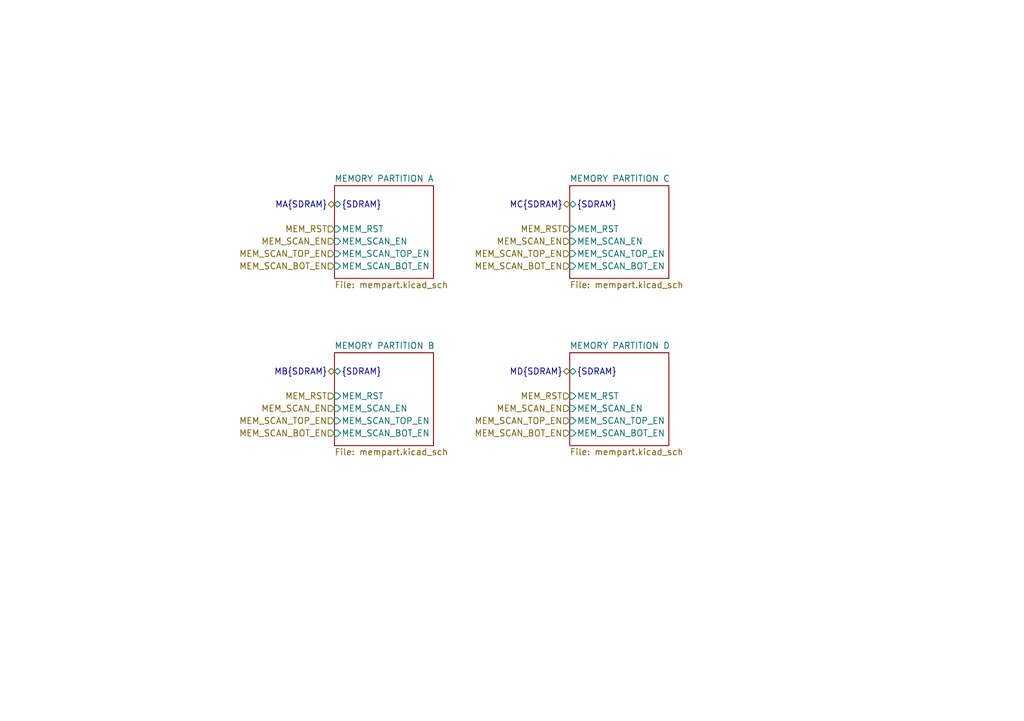
<source format=kicad_sch>
(kicad_sch
	(version 20250114)
	(generator "eeschema")
	(generator_version "9.0")
	(uuid "8ee1c235-a326-4d79-9f13-c72920356a07")
	(paper "A5")
	(lib_symbols)
	(hierarchical_label "MEM_SCAN_BOT_EN"
		(shape input)
		(at 68.58 54.61 180)
		(effects
			(font
				(size 1.27 1.27)
			)
			(justify right)
		)
		(uuid "01bb3136-3c50-47d0-94fc-8696ea7b5525")
	)
	(hierarchical_label "MEM_SCAN_BOT_EN"
		(shape input)
		(at 68.58 88.9 180)
		(effects
			(font
				(size 1.27 1.27)
			)
			(justify right)
		)
		(uuid "1c792224-db82-415a-8667-90b45fa5bc74")
	)
	(hierarchical_label "MD{SDRAM}"
		(shape bidirectional)
		(at 116.84 76.2 180)
		(effects
			(font
				(size 1.27 1.27)
			)
			(justify right)
		)
		(uuid "2bcf35bb-4b2d-4a30-8bab-921e252f6652")
	)
	(hierarchical_label "MEM_RST"
		(shape input)
		(at 116.84 81.28 180)
		(effects
			(font
				(size 1.27 1.27)
			)
			(justify right)
		)
		(uuid "336245e0-f5b9-4eb9-aa02-297bf2581885")
	)
	(hierarchical_label "MEM_SCAN_TOP_EN"
		(shape input)
		(at 68.58 86.36 180)
		(effects
			(font
				(size 1.27 1.27)
			)
			(justify right)
		)
		(uuid "408380b6-9a15-4fca-a3e7-e170685e9095")
	)
	(hierarchical_label "MC{SDRAM}"
		(shape bidirectional)
		(at 116.84 41.91 180)
		(effects
			(font
				(size 1.27 1.27)
			)
			(justify right)
		)
		(uuid "475c9f82-019a-48c8-89fb-8f182dd2eeb5")
	)
	(hierarchical_label "MEM_SCAN_BOT_EN"
		(shape input)
		(at 116.84 88.9 180)
		(effects
			(font
				(size 1.27 1.27)
			)
			(justify right)
		)
		(uuid "504909c7-ce45-4f4e-a539-829662b78352")
	)
	(hierarchical_label "MEM_RST"
		(shape input)
		(at 68.58 46.99 180)
		(effects
			(font
				(size 1.27 1.27)
			)
			(justify right)
		)
		(uuid "54420430-ace4-4a48-bbf7-8754450a7750")
	)
	(hierarchical_label "MEM_SCAN_TOP_EN"
		(shape input)
		(at 116.84 52.07 180)
		(effects
			(font
				(size 1.27 1.27)
			)
			(justify right)
		)
		(uuid "5b5133fe-4b6c-4b6b-86c6-336732583d53")
	)
	(hierarchical_label "MEM_SCAN_TOP_EN"
		(shape input)
		(at 116.84 86.36 180)
		(effects
			(font
				(size 1.27 1.27)
			)
			(justify right)
		)
		(uuid "715c95a6-6b93-4e34-8625-0229d8e34a5d")
	)
	(hierarchical_label "MB{SDRAM}"
		(shape bidirectional)
		(at 68.58 76.2 180)
		(effects
			(font
				(size 1.27 1.27)
			)
			(justify right)
		)
		(uuid "74ce61fa-ad1b-4a13-b61e-b9ecc0acd277")
	)
	(hierarchical_label "MEM_SCAN_TOP_EN"
		(shape input)
		(at 68.58 52.07 180)
		(effects
			(font
				(size 1.27 1.27)
			)
			(justify right)
		)
		(uuid "7730d1ba-3d8f-4b3b-859e-79de13970477")
	)
	(hierarchical_label "MEM_SCAN_EN"
		(shape input)
		(at 68.58 83.82 180)
		(effects
			(font
				(size 1.27 1.27)
			)
			(justify right)
		)
		(uuid "7dc5935e-f452-4631-870b-ec91d07a5bce")
	)
	(hierarchical_label "MEM_SCAN_BOT_EN"
		(shape input)
		(at 116.84 54.61 180)
		(effects
			(font
				(size 1.27 1.27)
			)
			(justify right)
		)
		(uuid "7f778171-1710-4786-bfcb-2512a720f759")
	)
	(hierarchical_label "MEM_SCAN_EN"
		(shape input)
		(at 68.58 49.53 180)
		(effects
			(font
				(size 1.27 1.27)
			)
			(justify right)
		)
		(uuid "83a46b35-a0fb-4022-b6f3-84a21bceeb83")
	)
	(hierarchical_label "MEM_RST"
		(shape input)
		(at 116.84 46.99 180)
		(effects
			(font
				(size 1.27 1.27)
			)
			(justify right)
		)
		(uuid "9b2ac853-a155-418b-bf45-a66970c7265c")
	)
	(hierarchical_label "MEM_SCAN_EN"
		(shape input)
		(at 116.84 49.53 180)
		(effects
			(font
				(size 1.27 1.27)
			)
			(justify right)
		)
		(uuid "aa97d66a-e791-4222-9703-f75bc0b03bf6")
	)
	(hierarchical_label "MEM_RST"
		(shape input)
		(at 68.58 81.28 180)
		(effects
			(font
				(size 1.27 1.27)
			)
			(justify right)
		)
		(uuid "e6183086-1fde-4762-a404-cba2bdf9957a")
	)
	(hierarchical_label "MEM_SCAN_EN"
		(shape input)
		(at 116.84 83.82 180)
		(effects
			(font
				(size 1.27 1.27)
			)
			(justify right)
		)
		(uuid "e7fc1543-3900-4c89-8d97-a470f1471fe6")
	)
	(hierarchical_label "MA{SDRAM}"
		(shape bidirectional)
		(at 68.58 41.91 180)
		(effects
			(font
				(size 1.27 1.27)
			)
			(justify right)
		)
		(uuid "f8892404-e7e6-49f2-b9e9-e7475cee5124")
	)
	(sheet
		(at 68.58 38.1)
		(size 20.32 19.05)
		(exclude_from_sim no)
		(in_bom yes)
		(on_board yes)
		(dnp no)
		(fields_autoplaced yes)
		(stroke
			(width 0.1524)
			(type solid)
		)
		(fill
			(color 0 0 0 0.0000)
		)
		(uuid "07e21cc7-5b84-4539-a1a8-41dc855ac572")
		(property "Sheetname" "MEMORY PARTITION A"
			(at 68.58 37.3884 0)
			(effects
				(font
					(size 1.27 1.27)
				)
				(justify left bottom)
			)
		)
		(property "Sheetfile" "mempart.kicad_sch"
			(at 68.58 57.7346 0)
			(effects
				(font
					(size 1.27 1.27)
				)
				(justify left top)
			)
		)
		(pin "MEM_RST" input
			(at 68.58 46.99 180)
			(uuid "7553b44e-709b-46e9-a843-364f6675f774")
			(effects
				(font
					(size 1.27 1.27)
				)
				(justify left)
			)
		)
		(pin "MEM_SCAN_BOT_EN" input
			(at 68.58 54.61 180)
			(uuid "9f1b6de8-38d8-46a3-acfa-f77d2e010e29")
			(effects
				(font
					(size 1.27 1.27)
				)
				(justify left)
			)
		)
		(pin "MEM_SCAN_EN" input
			(at 68.58 49.53 180)
			(uuid "a288ea78-7d43-4a6b-867a-3deffb9bd30b")
			(effects
				(font
					(size 1.27 1.27)
				)
				(justify left)
			)
		)
		(pin "MEM_SCAN_TOP_EN" input
			(at 68.58 52.07 180)
			(uuid "fdad908c-6be0-47aa-b242-19ecba81b5ba")
			(effects
				(font
					(size 1.27 1.27)
				)
				(justify left)
			)
		)
		(pin "{SDRAM}" bidirectional
			(at 68.58 41.91 180)
			(uuid "372f6c6d-4da0-4571-b5ba-420ad0a6fbc9")
			(effects
				(font
					(size 1.27 1.27)
				)
				(justify left)
			)
		)
		(instances
			(project "Mantaray"
				(path "/16640ecb-e4a4-4594-871b-70047bfba6e0/3ac4cd05-2682-4faa-958d-341ea57a54eb"
					(page "26")
				)
			)
		)
	)
	(sheet
		(at 116.84 72.39)
		(size 20.32 19.05)
		(exclude_from_sim no)
		(in_bom yes)
		(on_board yes)
		(dnp no)
		(fields_autoplaced yes)
		(stroke
			(width 0.1524)
			(type solid)
		)
		(fill
			(color 0 0 0 0.0000)
		)
		(uuid "605d31e7-44df-42ff-9e2e-ced6c62f08fe")
		(property "Sheetname" "MEMORY PARTITION D"
			(at 116.84 71.6784 0)
			(effects
				(font
					(size 1.27 1.27)
				)
				(justify left bottom)
			)
		)
		(property "Sheetfile" "mempart.kicad_sch"
			(at 116.84 92.0246 0)
			(effects
				(font
					(size 1.27 1.27)
				)
				(justify left top)
			)
		)
		(pin "MEM_RST" input
			(at 116.84 81.28 180)
			(uuid "0943480f-913e-4f25-a99c-d6c93706ab5c")
			(effects
				(font
					(size 1.27 1.27)
				)
				(justify left)
			)
		)
		(pin "MEM_SCAN_BOT_EN" input
			(at 116.84 88.9 180)
			(uuid "fb6dbd26-1aab-416c-900c-ddc0deb2d739")
			(effects
				(font
					(size 1.27 1.27)
				)
				(justify left)
			)
		)
		(pin "MEM_SCAN_EN" input
			(at 116.84 83.82 180)
			(uuid "0760eb44-4a03-4697-afb9-459df3e51b5b")
			(effects
				(font
					(size 1.27 1.27)
				)
				(justify left)
			)
		)
		(pin "MEM_SCAN_TOP_EN" input
			(at 116.84 86.36 180)
			(uuid "688ac871-38e7-44d9-920c-a6f5c4376753")
			(effects
				(font
					(size 1.27 1.27)
				)
				(justify left)
			)
		)
		(pin "{SDRAM}" bidirectional
			(at 116.84 76.2 180)
			(uuid "525fb5d0-ca16-416d-a754-8e7e2de91a6e")
			(effects
				(font
					(size 1.27 1.27)
				)
				(justify left)
			)
		)
		(instances
			(project "Mantaray"
				(path "/16640ecb-e4a4-4594-871b-70047bfba6e0/3ac4cd05-2682-4faa-958d-341ea57a54eb"
					(page "28")
				)
			)
		)
	)
	(sheet
		(at 68.58 72.39)
		(size 20.32 19.05)
		(exclude_from_sim no)
		(in_bom yes)
		(on_board yes)
		(dnp no)
		(fields_autoplaced yes)
		(stroke
			(width 0.1524)
			(type solid)
		)
		(fill
			(color 0 0 0 0.0000)
		)
		(uuid "ba23fbbb-7461-48a4-9977-0071a231109a")
		(property "Sheetname" "MEMORY PARTITION B"
			(at 68.58 71.6784 0)
			(effects
				(font
					(size 1.27 1.27)
				)
				(justify left bottom)
			)
		)
		(property "Sheetfile" "mempart.kicad_sch"
			(at 68.58 92.0246 0)
			(effects
				(font
					(size 1.27 1.27)
				)
				(justify left top)
			)
		)
		(pin "MEM_RST" input
			(at 68.58 81.28 180)
			(uuid "a5bffc06-7df4-4197-9b33-556df0107902")
			(effects
				(font
					(size 1.27 1.27)
				)
				(justify left)
			)
		)
		(pin "MEM_SCAN_BOT_EN" input
			(at 68.58 88.9 180)
			(uuid "9bd9a70c-d2bc-4fd7-b927-5712f1919697")
			(effects
				(font
					(size 1.27 1.27)
				)
				(justify left)
			)
		)
		(pin "MEM_SCAN_EN" input
			(at 68.58 83.82 180)
			(uuid "e918d732-c45b-4311-a937-2e6c5d699d5e")
			(effects
				(font
					(size 1.27 1.27)
				)
				(justify left)
			)
		)
		(pin "MEM_SCAN_TOP_EN" input
			(at 68.58 86.36 180)
			(uuid "957c9fef-0316-4071-a508-a4efda415567")
			(effects
				(font
					(size 1.27 1.27)
				)
				(justify left)
			)
		)
		(pin "{SDRAM}" bidirectional
			(at 68.58 76.2 180)
			(uuid "ca258656-7377-4b00-bb40-950f34e7cc21")
			(effects
				(font
					(size 1.27 1.27)
				)
				(justify left)
			)
		)
		(instances
			(project "Mantaray"
				(path "/16640ecb-e4a4-4594-871b-70047bfba6e0/3ac4cd05-2682-4faa-958d-341ea57a54eb"
					(page "25")
				)
			)
		)
	)
	(sheet
		(at 116.84 38.1)
		(size 20.32 19.05)
		(exclude_from_sim no)
		(in_bom yes)
		(on_board yes)
		(dnp no)
		(fields_autoplaced yes)
		(stroke
			(width 0.1524)
			(type solid)
		)
		(fill
			(color 0 0 0 0.0000)
		)
		(uuid "d7234e75-550a-4904-b619-4ad6a2b17d2f")
		(property "Sheetname" "MEMORY PARTITION C"
			(at 116.84 37.3884 0)
			(effects
				(font
					(size 1.27 1.27)
				)
				(justify left bottom)
			)
		)
		(property "Sheetfile" "mempart.kicad_sch"
			(at 116.84 57.7346 0)
			(effects
				(font
					(size 1.27 1.27)
				)
				(justify left top)
			)
		)
		(pin "MEM_RST" input
			(at 116.84 46.99 180)
			(uuid "63422ec7-83af-4d67-818e-1b56f9042591")
			(effects
				(font
					(size 1.27 1.27)
				)
				(justify left)
			)
		)
		(pin "MEM_SCAN_BOT_EN" input
			(at 116.84 54.61 180)
			(uuid "4b511a76-f331-453c-9ca8-ad352d4352a9")
			(effects
				(font
					(size 1.27 1.27)
				)
				(justify left)
			)
		)
		(pin "MEM_SCAN_EN" input
			(at 116.84 49.53 180)
			(uuid "ba0862f0-7d14-4e41-aff5-bd16b4f31c63")
			(effects
				(font
					(size 1.27 1.27)
				)
				(justify left)
			)
		)
		(pin "MEM_SCAN_TOP_EN" input
			(at 116.84 52.07 180)
			(uuid "caafdd6f-0b42-482e-86f7-3a8f7f81531b")
			(effects
				(font
					(size 1.27 1.27)
				)
				(justify left)
			)
		)
		(pin "{SDRAM}" bidirectional
			(at 116.84 41.91 180)
			(uuid "c1ace0f4-57f7-4185-8e0d-5bfbc68fef23")
			(effects
				(font
					(size 1.27 1.27)
				)
				(justify left)
			)
		)
		(instances
			(project "Mantaray"
				(path "/16640ecb-e4a4-4594-871b-70047bfba6e0/3ac4cd05-2682-4faa-958d-341ea57a54eb"
					(page "27")
				)
			)
		)
	)
)

</source>
